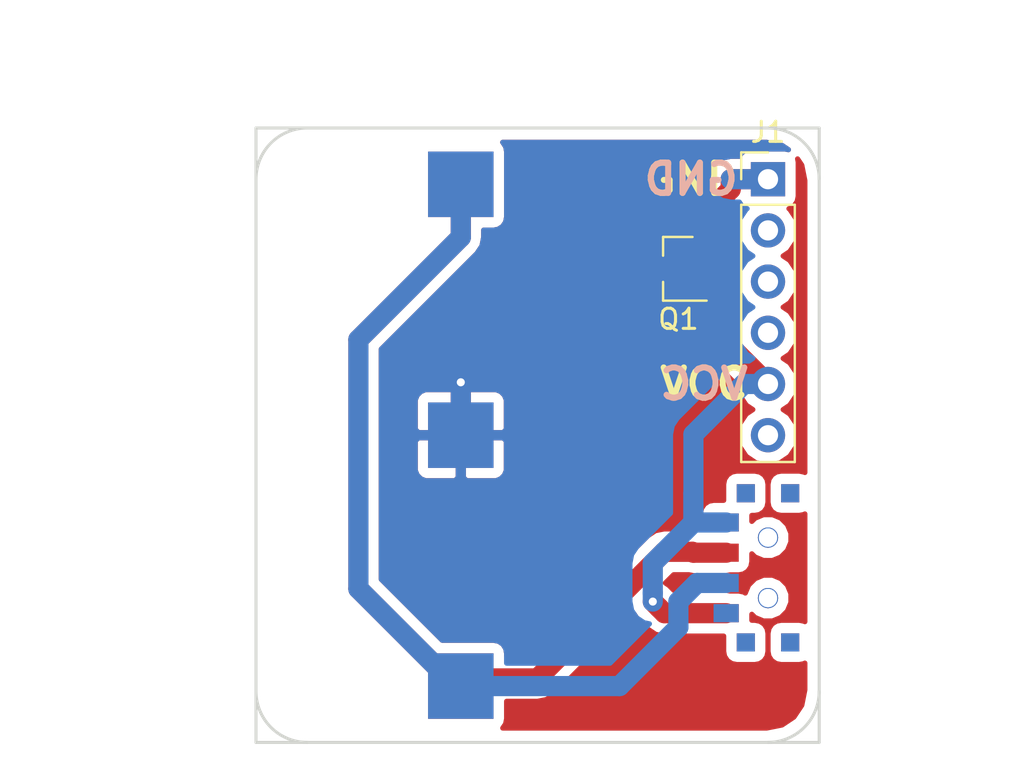
<source format=kicad_pcb>
(kicad_pcb (version 4) (host pcbnew 4.0.7)

  (general
    (links 10)
    (no_connects 0)
    (area 152.324999 101.524999 180.415001 132.155001)
    (thickness 1.6)
    (drawings 12)
    (tracks 46)
    (zones 0)
    (modules 6)
    (nets 12)
  )

  (page A4)
  (layers
    (0 F.Cu signal)
    (31 B.Cu signal)
    (32 B.Adhes user)
    (33 F.Adhes user)
    (34 B.Paste user)
    (35 F.Paste user)
    (36 B.SilkS user)
    (37 F.SilkS user)
    (38 B.Mask user)
    (39 F.Mask user)
    (40 Dwgs.User user)
    (41 Cmts.User user)
    (42 Eco1.User user)
    (43 Eco2.User user)
    (44 Edge.Cuts user)
    (45 Margin user)
    (46 B.CrtYd user)
    (47 F.CrtYd user)
    (48 B.Fab user)
    (49 F.Fab user)
  )

  (setup
    (last_trace_width 1)
    (user_trace_width 1)
    (trace_clearance 0.2)
    (zone_clearance 0.508)
    (zone_45_only no)
    (trace_min 0.2)
    (segment_width 0.2)
    (edge_width 0.15)
    (via_size 0.6)
    (via_drill 0.4)
    (via_min_size 0.4)
    (via_min_drill 0.3)
    (uvia_size 0.3)
    (uvia_drill 0.1)
    (uvias_allowed no)
    (uvia_min_size 0.2)
    (uvia_min_drill 0.1)
    (pcb_text_width 0.3)
    (pcb_text_size 1.5 1.5)
    (mod_edge_width 0.15)
    (mod_text_size 1 1)
    (mod_text_width 0.15)
    (pad_size 1.524 1.524)
    (pad_drill 0.762)
    (pad_to_mask_clearance 0.2)
    (aux_axis_origin 0 0)
    (visible_elements 7FFFFFFF)
    (pcbplotparams
      (layerselection 0x010f0_80000001)
      (usegerberextensions false)
      (excludeedgelayer true)
      (linewidth 0.100000)
      (plotframeref false)
      (viasonmask false)
      (mode 1)
      (useauxorigin false)
      (hpglpennumber 1)
      (hpglpenspeed 20)
      (hpglpendiameter 15)
      (hpglpenoverlay 2)
      (psnegative false)
      (psa4output false)
      (plotreference true)
      (plotvalue true)
      (plotinvisibletext false)
      (padsonsilk false)
      (subtractmaskfromsilk false)
      (outputformat 1)
      (mirror false)
      (drillshape 0)
      (scaleselection 1)
      (outputdirectory gerber/))
  )

  (net 0 "")
  (net 1 "Net-(BT1-Pad1)")
  (net 2 GND)
  (net 3 "Net-(BT2-Pad1)")
  (net 4 "Net-(J1-Pad2)")
  (net 5 "Net-(J1-Pad3)")
  (net 6 "Net-(J1-Pad4)")
  (net 7 VCC)
  (net 8 "Net-(J1-Pad6)")
  (net 9 "Net-(SW1-Pad3)")
  (net 10 "Net-(SW2-Pad3)")
  (net 11 "Net-(J1-Pad1)")

  (net_class Default "This is the default net class."
    (clearance 0.2)
    (trace_width 0.25)
    (via_dia 0.6)
    (via_drill 0.4)
    (uvia_dia 0.3)
    (uvia_drill 0.1)
    (add_net GND)
    (add_net "Net-(BT1-Pad1)")
    (add_net "Net-(BT2-Pad1)")
    (add_net "Net-(J1-Pad1)")
    (add_net "Net-(J1-Pad2)")
    (add_net "Net-(J1-Pad3)")
    (add_net "Net-(J1-Pad4)")
    (add_net "Net-(J1-Pad6)")
    (add_net "Net-(SW1-Pad3)")
    (add_net "Net-(SW2-Pad3)")
    (add_net VCC)
  )

  (module E73:C70373_CR2032 (layer F.Cu) (tedit 5ACFC485) (tstamp 5ACFC194)
    (at 167.132 122.936 270)
    (path /5ACFC0ED)
    (fp_text reference BT1 (at -6.096 3.294 270) (layer F.SilkS) hide
      (effects (font (size 1 1) (thickness 0.15)))
    )
    (fp_text value Battery_Cell (at -6.096 2.294 270) (layer F.Fab)
      (effects (font (size 1 1) (thickness 0.15)))
    )
    (fp_line (start -8.128 -5.08) (end -7.62 -6.604) (layer F.Fab) (width 0.15))
    (fp_line (start -7.62 -6.604) (end -6.096 -7.366) (layer F.Fab) (width 0.15))
    (fp_line (start -6.096 -7.366) (end -4.572 -6.604) (layer F.Fab) (width 0.15))
    (fp_line (start -4.572 -6.604) (end -4.064 -5.08) (layer F.Fab) (width 0.15))
    (fp_line (start 7.366 7.62) (end 3.556 7.62) (layer F.Fab) (width 0.15))
    (fp_line (start 7.366 1.524) (end 3.556 1.524) (layer F.Fab) (width 0.15))
    (fp_line (start -19.558 7.62) (end -15.494 7.62) (layer F.Fab) (width 0.15))
    (fp_line (start -19.558 1.524) (end -15.494 1.524) (layer F.Fab) (width 0.15))
    (fp_line (start -19.558 2.794) (end -19.558 7.62) (layer F.Fab) (width 0.15))
    (fp_line (start -19.558 4.572) (end -19.558 1.524) (layer F.Fab) (width 0.15))
    (fp_line (start 7.366 4.572) (end 7.366 7.62) (layer F.Fab) (width 0.15))
    (fp_line (start 7.366 4.572) (end 7.366 1.524) (layer F.Fab) (width 0.15))
    (fp_circle (center -6.096 4.572) (end 3.81 4.318) (layer F.Fab) (width 0.15))
    (pad 1 smd rect (at 6.35 4.572 270) (size 3.25 3.25) (layers F.Cu F.Paste F.Mask)
      (net 1 "Net-(BT1-Pad1)"))
    (pad 1 smd rect (at -18.542 4.572 270) (size 3.25 3.25) (layers F.Cu F.Paste F.Mask)
      (net 1 "Net-(BT1-Pad1)"))
    (pad 2 smd rect (at -6.096 4.572 270) (size 3.25 3.25) (layers F.Cu F.Paste F.Mask)
      (net 2 GND))
  )

  (module E73:C70373_CR2032 (layer B.Cu) (tedit 5ACFC48C) (tstamp 5ACFC19B)
    (at 167.131999 110.744 90)
    (path /5ACFC193)
    (fp_text reference BT2 (at -6.096 -3.294 90) (layer B.SilkS) hide
      (effects (font (size 1 1) (thickness 0.15)) (justify mirror))
    )
    (fp_text value Battery_Cell (at -6.096 -2.294 90) (layer B.Fab)
      (effects (font (size 1 1) (thickness 0.15)) (justify mirror))
    )
    (fp_line (start -8.128 5.08) (end -7.62 6.604) (layer B.Fab) (width 0.15))
    (fp_line (start -7.62 6.604) (end -6.096 7.366) (layer B.Fab) (width 0.15))
    (fp_line (start -6.096 7.366) (end -4.572 6.604) (layer B.Fab) (width 0.15))
    (fp_line (start -4.572 6.604) (end -4.064 5.08) (layer B.Fab) (width 0.15))
    (fp_line (start 7.366 -7.62) (end 3.556 -7.62) (layer B.Fab) (width 0.15))
    (fp_line (start 7.366 -1.524) (end 3.556 -1.524) (layer B.Fab) (width 0.15))
    (fp_line (start -19.558 -7.62) (end -15.494 -7.62) (layer B.Fab) (width 0.15))
    (fp_line (start -19.558 -1.524) (end -15.494 -1.524) (layer B.Fab) (width 0.15))
    (fp_line (start -19.558 -2.794) (end -19.558 -7.62) (layer B.Fab) (width 0.15))
    (fp_line (start -19.558 -4.572) (end -19.558 -1.524) (layer B.Fab) (width 0.15))
    (fp_line (start 7.366 -4.572) (end 7.366 -7.62) (layer B.Fab) (width 0.15))
    (fp_line (start 7.366 -4.572) (end 7.366 -1.524) (layer B.Fab) (width 0.15))
    (fp_circle (center -6.096 -4.572) (end 3.81 -4.318) (layer B.Fab) (width 0.15))
    (pad 1 smd rect (at 6.35 -4.572 90) (size 3.25 3.25) (layers B.Cu B.Paste B.Mask)
      (net 3 "Net-(BT2-Pad1)"))
    (pad 1 smd rect (at -18.542 -4.572 90) (size 3.25 3.25) (layers B.Cu B.Paste B.Mask)
      (net 3 "Net-(BT2-Pad1)"))
    (pad 2 smd rect (at -6.096 -4.572 90) (size 3.25 3.25) (layers B.Cu B.Paste B.Mask)
      (net 2 GND))
  )

  (module Pin_Headers:Pin_Header_Straight_1x06_Pitch2.54mm (layer F.Cu) (tedit 59650532) (tstamp 5ACFC1A5)
    (at 177.8 104.14)
    (descr "Through hole straight pin header, 1x06, 2.54mm pitch, single row")
    (tags "Through hole pin header THT 1x06 2.54mm single row")
    (path /5ACFC29B)
    (fp_text reference J1 (at 0 -2.33) (layer F.SilkS)
      (effects (font (size 1 1) (thickness 0.15)))
    )
    (fp_text value Conn_01x06 (at 0 15.03) (layer F.Fab)
      (effects (font (size 1 1) (thickness 0.15)))
    )
    (fp_line (start -0.635 -1.27) (end 1.27 -1.27) (layer F.Fab) (width 0.1))
    (fp_line (start 1.27 -1.27) (end 1.27 13.97) (layer F.Fab) (width 0.1))
    (fp_line (start 1.27 13.97) (end -1.27 13.97) (layer F.Fab) (width 0.1))
    (fp_line (start -1.27 13.97) (end -1.27 -0.635) (layer F.Fab) (width 0.1))
    (fp_line (start -1.27 -0.635) (end -0.635 -1.27) (layer F.Fab) (width 0.1))
    (fp_line (start -1.33 14.03) (end 1.33 14.03) (layer F.SilkS) (width 0.12))
    (fp_line (start -1.33 1.27) (end -1.33 14.03) (layer F.SilkS) (width 0.12))
    (fp_line (start 1.33 1.27) (end 1.33 14.03) (layer F.SilkS) (width 0.12))
    (fp_line (start -1.33 1.27) (end 1.33 1.27) (layer F.SilkS) (width 0.12))
    (fp_line (start -1.33 0) (end -1.33 -1.33) (layer F.SilkS) (width 0.12))
    (fp_line (start -1.33 -1.33) (end 0 -1.33) (layer F.SilkS) (width 0.12))
    (fp_line (start -1.8 -1.8) (end -1.8 14.5) (layer F.CrtYd) (width 0.05))
    (fp_line (start -1.8 14.5) (end 1.8 14.5) (layer F.CrtYd) (width 0.05))
    (fp_line (start 1.8 14.5) (end 1.8 -1.8) (layer F.CrtYd) (width 0.05))
    (fp_line (start 1.8 -1.8) (end -1.8 -1.8) (layer F.CrtYd) (width 0.05))
    (fp_text user %R (at 0 6.35 90) (layer F.Fab)
      (effects (font (size 1 1) (thickness 0.15)))
    )
    (pad 1 thru_hole rect (at 0 0) (size 1.7 1.7) (drill 1) (layers *.Cu *.Mask)
      (net 11 "Net-(J1-Pad1)"))
    (pad 2 thru_hole oval (at 0 2.54) (size 1.7 1.7) (drill 1) (layers *.Cu *.Mask)
      (net 4 "Net-(J1-Pad2)"))
    (pad 3 thru_hole oval (at 0 5.08) (size 1.7 1.7) (drill 1) (layers *.Cu *.Mask)
      (net 5 "Net-(J1-Pad3)"))
    (pad 4 thru_hole oval (at 0 7.62) (size 1.7 1.7) (drill 1) (layers *.Cu *.Mask)
      (net 6 "Net-(J1-Pad4)"))
    (pad 5 thru_hole oval (at 0 10.16) (size 1.7 1.7) (drill 1) (layers *.Cu *.Mask)
      (net 7 VCC))
    (pad 6 thru_hole oval (at 0 12.7) (size 1.7 1.7) (drill 1) (layers *.Cu *.Mask)
      (net 8 "Net-(J1-Pad6)"))
    (model ${KISYS3DMOD}/Pin_Headers.3dshapes/Pin_Header_Straight_1x06_Pitch2.54mm.wrl
      (at (xyz 0 0 0))
      (scale (xyz 1 1 1))
      (rotate (xyz 0 0 0))
    )
  )

  (module E73:SPDT_C128955 (layer F.Cu) (tedit 5ACFC493) (tstamp 5ACFC1B2)
    (at 177.800004 123.419998 270)
    (path /5ACFBF7B)
    (fp_text reference SW1 (at 0.2 3.65 270) (layer F.SilkS) hide
      (effects (font (size 1 1) (thickness 0.15)))
    )
    (fp_text value SW_SPDT (at -0.05 -4.7 270) (layer F.Fab)
      (effects (font (size 1 1) (thickness 0.15)))
    )
    (fp_line (start 0 -3.85) (end 1.9 -3.85) (layer F.Fab) (width 0.15))
    (fp_line (start 1.9 -3.85) (end 1.95 -1.35) (layer F.Fab) (width 0.15))
    (fp_line (start 1.95 -1.35) (end -1.95 -1.35) (layer F.Fab) (width 0.15))
    (fp_line (start -1.95 -1.35) (end -1.95 -3.85) (layer F.Fab) (width 0.15))
    (fp_line (start -1.95 -3.85) (end 0 -3.85) (layer F.Fab) (width 0.15))
    (fp_line (start 0 -1.35) (end -3.3 -1.35) (layer F.Fab) (width 0.15))
    (fp_line (start -3.3 -1.35) (end -3.3 1.5) (layer F.Fab) (width 0.15))
    (fp_line (start -3.3 1.5) (end 3.3 1.5) (layer F.Fab) (width 0.15))
    (fp_line (start 3.3 1.5) (end 3.3 -1.35) (layer F.Fab) (width 0.15))
    (fp_line (start 0 -1.35) (end 3.3 -1.35) (layer F.Fab) (width 0.15))
    (pad "" np_thru_hole circle (at 1.5 0 270) (size 1 1) (drill 0.9) (layers *.Cu *.Mask))
    (pad "" np_thru_hole circle (at -1.5 0 270) (size 1 1) (drill 0.9) (layers *.Cu *.Mask))
    (pad 2 smd rect (at -0.75 2.075 270) (size 0.9 1.25) (layers F.Cu F.Paste F.Mask)
      (net 1 "Net-(BT1-Pad1)"))
    (pad 3 smd rect (at -2.25 2.075 270) (size 0.9 1.25) (layers F.Cu F.Paste F.Mask)
      (net 9 "Net-(SW1-Pad3)"))
    (pad 1 smd rect (at 2.25 2.075 270) (size 0.9 1.25) (layers F.Cu F.Paste F.Mask)
      (net 7 VCC))
    (pad 0 smd rect (at 3.7 -1.1 270) (size 0.9 0.9) (layers F.Cu F.Paste F.Mask))
    (pad 0 smd rect (at 3.7 1.1 270) (size 0.9 0.9) (layers F.Cu F.Paste F.Mask))
    (pad 0 smd rect (at -3.7 1.1 270) (size 0.9 0.9) (layers F.Cu F.Paste F.Mask))
    (pad 0 smd rect (at -3.7 -1.1 270) (size 0.9 0.9) (layers F.Cu F.Paste F.Mask))
  )

  (module E73:SPDT_C128955 (layer B.Cu) (tedit 5ACFC49B) (tstamp 5ACFC1BF)
    (at 177.8 123.42 90)
    (path /5ACFC055)
    (fp_text reference SW2 (at 0.2 -3.649999 90) (layer B.SilkS) hide
      (effects (font (size 1 1) (thickness 0.15)) (justify mirror))
    )
    (fp_text value SW_SPDT (at -0.05 4.7 90) (layer B.Fab)
      (effects (font (size 1 1) (thickness 0.15)) (justify mirror))
    )
    (fp_line (start 0 3.85) (end 1.9 3.85) (layer B.Fab) (width 0.15))
    (fp_line (start 1.9 3.85) (end 1.95 1.35) (layer B.Fab) (width 0.15))
    (fp_line (start 1.95 1.35) (end -1.95 1.35) (layer B.Fab) (width 0.15))
    (fp_line (start -1.95 1.35) (end -1.95 3.85) (layer B.Fab) (width 0.15))
    (fp_line (start -1.95 3.85) (end 0 3.85) (layer B.Fab) (width 0.15))
    (fp_line (start 0 1.35) (end -3.3 1.35) (layer B.Fab) (width 0.15))
    (fp_line (start -3.3 1.35) (end -3.3 -1.5) (layer B.Fab) (width 0.15))
    (fp_line (start -3.3 -1.5) (end 3.3 -1.5) (layer B.Fab) (width 0.15))
    (fp_line (start 3.3 -1.5) (end 3.3 1.35) (layer B.Fab) (width 0.15))
    (fp_line (start 0 1.35) (end 3.3 1.35) (layer B.Fab) (width 0.15))
    (pad "" np_thru_hole circle (at 1.5 0 90) (size 1 1) (drill 0.9) (layers *.Cu *.Mask))
    (pad "" np_thru_hole circle (at -1.5 0 90) (size 1 1) (drill 0.9) (layers *.Cu *.Mask))
    (pad 2 smd rect (at -0.75 -2.075 90) (size 0.9 1.25) (layers B.Cu B.Paste B.Mask)
      (net 3 "Net-(BT2-Pad1)"))
    (pad 3 smd rect (at -2.25 -2.075 90) (size 0.9 1.25) (layers B.Cu B.Paste B.Mask)
      (net 10 "Net-(SW2-Pad3)"))
    (pad 1 smd rect (at 2.25 -2.075 90) (size 0.9 1.25) (layers B.Cu B.Paste B.Mask)
      (net 7 VCC))
    (pad 0 smd rect (at 3.7 1.1 90) (size 0.9 0.9) (layers B.Cu B.Paste B.Mask))
    (pad 0 smd rect (at 3.7 -1.1 90) (size 0.9 0.9) (layers B.Cu B.Paste B.Mask))
    (pad 0 smd rect (at -3.7 -1.1 90) (size 0.9 0.9) (layers B.Cu B.Paste B.Mask))
    (pad 0 smd rect (at -3.7 1.1 90) (size 0.9 0.9) (layers B.Cu B.Paste B.Mask))
  )

  (module TO_SOT_Packages_SMD:SOT-23 (layer F.Cu) (tedit 58CE4E7E) (tstamp 5AD32F9B)
    (at 173.355 108.585 180)
    (descr "SOT-23, Standard")
    (tags SOT-23)
    (path /5AD32E30)
    (attr smd)
    (fp_text reference Q1 (at 0 -2.5 180) (layer F.SilkS)
      (effects (font (size 1 1) (thickness 0.15)))
    )
    (fp_text value BSS138 (at 0 2.5 180) (layer F.Fab)
      (effects (font (size 1 1) (thickness 0.15)))
    )
    (fp_text user %R (at -0.635 0.084999 270) (layer F.Fab)
      (effects (font (size 0.5 0.5) (thickness 0.075)))
    )
    (fp_line (start -0.7 -0.95) (end -0.7 1.5) (layer F.Fab) (width 0.1))
    (fp_line (start -0.15 -1.52) (end 0.7 -1.52) (layer F.Fab) (width 0.1))
    (fp_line (start -0.7 -0.95) (end -0.15 -1.52) (layer F.Fab) (width 0.1))
    (fp_line (start 0.7 -1.52) (end 0.7 1.52) (layer F.Fab) (width 0.1))
    (fp_line (start -0.7 1.52) (end 0.7 1.52) (layer F.Fab) (width 0.1))
    (fp_line (start 0.76 1.58) (end 0.76 0.65) (layer F.SilkS) (width 0.12))
    (fp_line (start 0.76 -1.58) (end 0.76 -0.65) (layer F.SilkS) (width 0.12))
    (fp_line (start -1.7 -1.75) (end 1.7 -1.75) (layer F.CrtYd) (width 0.05))
    (fp_line (start 1.7 -1.75) (end 1.7 1.75) (layer F.CrtYd) (width 0.05))
    (fp_line (start 1.7 1.75) (end -1.7 1.75) (layer F.CrtYd) (width 0.05))
    (fp_line (start -1.7 1.75) (end -1.7 -1.75) (layer F.CrtYd) (width 0.05))
    (fp_line (start 0.76 -1.58) (end -1.4 -1.58) (layer F.SilkS) (width 0.12))
    (fp_line (start 0.76 1.58) (end -0.7 1.58) (layer F.SilkS) (width 0.12))
    (pad 1 smd rect (at -1 -0.95 180) (size 0.9 0.8) (layers F.Cu F.Paste F.Mask)
      (net 7 VCC))
    (pad 2 smd rect (at -1 0.95 180) (size 0.9 0.8) (layers F.Cu F.Paste F.Mask)
      (net 11 "Net-(J1-Pad1)"))
    (pad 3 smd rect (at 1 0 180) (size 0.9 0.8) (layers F.Cu F.Paste F.Mask)
      (net 2 GND))
    (model ${KISYS3DMOD}/TO_SOT_Packages_SMD.3dshapes/SOT-23.wrl
      (at (xyz 0 0 0))
      (scale (xyz 1 1 1))
      (rotate (xyz 0 0 0))
    )
  )

  (gr_text VCC (at 174.625 114.3) (layer B.SilkS)
    (effects (font (size 1.5 1.5) (thickness 0.3)) (justify mirror))
  )
  (gr_text GND (at 173.99 104.14) (layer B.SilkS)
    (effects (font (size 1.5 1.5) (thickness 0.3)) (justify mirror))
  )
  (gr_text VCC (at 174.625 114.3) (layer F.SilkS)
    (effects (font (size 1.5 1.5) (thickness 0.3)))
  )
  (gr_text "GND\n" (at 173.99 104.14) (layer F.SilkS)
    (effects (font (size 1.5 1.5) (thickness 0.3)))
  )
  (gr_arc (start 177.8 104.14) (end 177.8 101.6) (angle 90) (layer Edge.Cuts) (width 0.15))
  (gr_arc (start 154.94 104.14) (end 152.4 104.14) (angle 90) (layer Edge.Cuts) (width 0.15))
  (gr_arc (start 154.94 129.54) (end 154.94 132.08) (angle 90) (layer Edge.Cuts) (width 0.15))
  (gr_arc (start 177.8 129.54) (end 180.34 129.54) (angle 90) (layer Edge.Cuts) (width 0.15))
  (gr_line (start 152.4 101.6) (end 180.34 101.6) (layer Edge.Cuts) (width 0.15))
  (gr_line (start 152.4 132.08) (end 152.4 101.6) (layer Edge.Cuts) (width 0.15))
  (gr_line (start 180.34 132.08) (end 152.4 132.08) (layer Edge.Cuts) (width 0.15))
  (gr_line (start 180.34 101.6) (end 180.34 132.08) (layer Edge.Cuts) (width 0.15))

  (segment (start 162.56 128.905) (end 166.37 128.905) (width 1) (layer F.Cu) (net 1))
  (segment (start 166.37 128.905) (end 172.650011 122.624989) (width 1) (layer F.Cu) (net 1))
  (segment (start 172.650011 122.624989) (end 174.054995 122.624989) (width 1) (layer F.Cu) (net 1))
  (segment (start 174.054995 122.624989) (end 174.100004 122.669998) (width 1) (layer F.Cu) (net 1))
  (segment (start 174.100004 122.669998) (end 175.725004 122.669998) (width 1) (layer F.Cu) (net 1))
  (segment (start 162.56 129.286) (end 162.56 128.27) (width 1) (layer F.Cu) (net 1))
  (segment (start 162.56 128.27) (end 161.29 128.27) (width 1) (layer F.Cu) (net 1))
  (segment (start 161.29 128.27) (end 157.48 124.46) (width 1) (layer F.Cu) (net 1))
  (segment (start 157.48 124.46) (end 157.48 112.099) (width 1) (layer F.Cu) (net 1))
  (segment (start 157.48 112.099) (end 162.56 107.019) (width 1) (layer F.Cu) (net 1))
  (segment (start 162.56 107.019) (end 162.56 104.394) (width 1) (layer F.Cu) (net 1))
  (via (at 162.559999 114.215) (size 0.6) (drill 0.4) (layers F.Cu B.Cu) (net 2))
  (segment (start 162.56 114.215) (end 168.19 108.585) (width 1) (layer F.Cu) (net 2))
  (segment (start 168.19 108.585) (end 172.355 108.585) (width 1) (layer F.Cu) (net 2))
  (segment (start 162.56 116.84) (end 162.56 114.215) (width 1) (layer F.Cu) (net 2))
  (segment (start 162.559999 116.84) (end 162.559999 114.215) (width 1) (layer B.Cu) (net 2))
  (segment (start 162.559999 104.394) (end 162.559999 107.019) (width 1) (layer B.Cu) (net 3))
  (segment (start 162.559999 107.019) (end 157.48 112.098999) (width 1) (layer B.Cu) (net 3))
  (segment (start 157.48 112.098999) (end 157.48 124.46) (width 1) (layer B.Cu) (net 3))
  (segment (start 162.306 129.286) (end 162.559999 129.286) (width 1) (layer B.Cu) (net 3))
  (segment (start 157.48 124.46) (end 162.306 129.286) (width 1) (layer B.Cu) (net 3))
  (segment (start 162.559999 129.286) (end 170.434 129.286) (width 1) (layer B.Cu) (net 3))
  (segment (start 170.434 129.286) (end 173.355 126.365) (width 1) (layer B.Cu) (net 3))
  (segment (start 173.355 125.095) (end 174.28 124.17) (width 1) (layer B.Cu) (net 3))
  (segment (start 174.28 124.17) (end 175.725 124.17) (width 1) (layer B.Cu) (net 3))
  (segment (start 173.355 126.365) (end 173.355 125.095) (width 1) (layer B.Cu) (net 3))
  (segment (start 177.8 114.3) (end 174.355 110.855) (width 1) (layer F.Cu) (net 7))
  (segment (start 174.355 110.855) (end 174.355 109.535) (width 1) (layer F.Cu) (net 7))
  (segment (start 174.1 119.72) (end 174.1 121.175) (width 1) (layer B.Cu) (net 7))
  (segment (start 172.085 123.19) (end 172.085 124.670736) (width 1) (layer B.Cu) (net 7))
  (segment (start 174.1 121.175) (end 172.085 123.19) (width 1) (layer B.Cu) (net 7))
  (segment (start 172.085 124.670736) (end 172.085 125.095) (width 1) (layer B.Cu) (net 7))
  (segment (start 175.725004 125.669998) (end 172.659998 125.669998) (width 1) (layer F.Cu) (net 7))
  (segment (start 172.384999 125.394999) (end 172.085 125.095) (width 1) (layer F.Cu) (net 7))
  (segment (start 172.659998 125.669998) (end 172.384999 125.394999) (width 1) (layer F.Cu) (net 7))
  (via (at 172.085 125.095) (size 0.6) (drill 0.4) (layers F.Cu B.Cu) (net 7))
  (segment (start 174.1 119.72) (end 174.1 121.17) (width 1) (layer B.Cu) (net 7))
  (segment (start 174.1 121.17) (end 175.725 121.17) (width 1) (layer B.Cu) (net 7))
  (segment (start 177.8 114.3) (end 176.597919 114.3) (width 1) (layer B.Cu) (net 7))
  (segment (start 176.597919 114.3) (end 174.1 116.797919) (width 1) (layer B.Cu) (net 7))
  (segment (start 174.1 116.797919) (end 174.1 119.72) (width 1) (layer B.Cu) (net 7))
  (segment (start 174.355 107.635) (end 174.355 106.235) (width 1) (layer F.Cu) (net 11))
  (segment (start 174.355 106.235) (end 175.95 104.64) (width 1) (layer F.Cu) (net 11))
  (segment (start 175.95 104.64) (end 175.95 104.14) (width 1) (layer F.Cu) (net 11))
  (segment (start 175.95 104.14) (end 177.8 104.14) (width 1) (layer F.Cu) (net 11))
  (segment (start 175.95 104.14) (end 177.8 104.14) (width 1) (layer B.Cu) (net 11))

  (zone (net 2) (net_name GND) (layer B.Cu) (tstamp 0) (hatch edge 0.508)
    (connect_pads (clearance 0.508))
    (min_thickness 0.254)
    (fill yes (arc_segments 16) (thermal_gap 0.508) (thermal_bridge_width 0.508))
    (polygon
      (pts
        (xy 146.05 95.885) (xy 146.05 133.35) (xy 184.15 133.35) (xy 184.15 95.25)
      )
    )
    (filled_polygon
      (pts
        (xy 178.494989 102.462152) (xy 178.814993 102.675972) (xy 178.65 102.64256) (xy 176.95 102.64256) (xy 176.714683 102.686838)
        (xy 176.498559 102.82591) (xy 176.376192 103.005) (xy 175.95 103.005) (xy 175.515654 103.091397) (xy 175.147434 103.337434)
        (xy 174.901397 103.705654) (xy 174.815 104.14) (xy 174.901397 104.574346) (xy 175.147434 104.942566) (xy 175.515654 105.188603)
        (xy 175.95 105.275) (xy 176.378808 105.275) (xy 176.48591 105.441441) (xy 176.69811 105.586431) (xy 176.765541 105.600086)
        (xy 176.720853 105.629946) (xy 176.398946 106.111715) (xy 176.285907 106.68) (xy 176.398946 107.248285) (xy 176.720853 107.730054)
        (xy 177.050026 107.95) (xy 176.720853 108.169946) (xy 176.398946 108.651715) (xy 176.285907 109.22) (xy 176.398946 109.788285)
        (xy 176.720853 110.270054) (xy 177.050026 110.49) (xy 176.720853 110.709946) (xy 176.398946 111.191715) (xy 176.285907 111.76)
        (xy 176.398946 112.328285) (xy 176.720853 112.810054) (xy 177.050026 113.03) (xy 176.847984 113.165) (xy 176.597919 113.165)
        (xy 176.163573 113.251397) (xy 175.795353 113.497434) (xy 173.297434 115.995353) (xy 173.051397 116.363573) (xy 172.965 116.797919)
        (xy 172.965 120.704868) (xy 171.282434 122.387434) (xy 171.036397 122.755654) (xy 170.95 123.19) (xy 170.95 125.095)
        (xy 171.036397 125.529346) (xy 171.282434 125.897566) (xy 171.650654 126.143603) (xy 171.918072 126.196796) (xy 169.963868 128.151)
        (xy 164.832439 128.151) (xy 164.832439 127.661) (xy 164.788161 127.425683) (xy 164.649089 127.209559) (xy 164.436889 127.064569)
        (xy 164.184999 127.01356) (xy 161.638692 127.01356) (xy 158.615 123.989868) (xy 158.615 117.12575) (xy 160.299999 117.12575)
        (xy 160.299999 118.591309) (xy 160.396672 118.824698) (xy 160.5753 119.003327) (xy 160.808689 119.1) (xy 162.274249 119.1)
        (xy 162.432999 118.94125) (xy 162.432999 116.967) (xy 162.686999 116.967) (xy 162.686999 118.94125) (xy 162.845749 119.1)
        (xy 164.311309 119.1) (xy 164.544698 119.003327) (xy 164.723326 118.824698) (xy 164.819999 118.591309) (xy 164.819999 117.12575)
        (xy 164.661249 116.967) (xy 162.686999 116.967) (xy 162.432999 116.967) (xy 160.458749 116.967) (xy 160.299999 117.12575)
        (xy 158.615 117.12575) (xy 158.615 115.088691) (xy 160.299999 115.088691) (xy 160.299999 116.55425) (xy 160.458749 116.713)
        (xy 162.432999 116.713) (xy 162.432999 114.73875) (xy 162.686999 114.73875) (xy 162.686999 116.713) (xy 164.661249 116.713)
        (xy 164.819999 116.55425) (xy 164.819999 115.088691) (xy 164.723326 114.855302) (xy 164.544698 114.676673) (xy 164.311309 114.58)
        (xy 162.845749 114.58) (xy 162.686999 114.73875) (xy 162.432999 114.73875) (xy 162.274249 114.58) (xy 160.808689 114.58)
        (xy 160.5753 114.676673) (xy 160.396672 114.855302) (xy 160.299999 115.088691) (xy 158.615 115.088691) (xy 158.615 112.569131)
        (xy 163.362565 107.821567) (xy 163.608602 107.453346) (xy 163.649391 107.248285) (xy 163.694999 107.019) (xy 163.694999 106.66644)
        (xy 164.184999 106.66644) (xy 164.420316 106.622162) (xy 164.63644 106.48309) (xy 164.78143 106.27089) (xy 164.832439 106.019)
        (xy 164.832439 102.769) (xy 164.788161 102.533683) (xy 164.649089 102.317559) (xy 164.638026 102.31) (xy 177.730069 102.31)
      )
    )
  )
  (zone (net 2) (net_name GND) (layer F.Cu) (tstamp 0) (hatch edge 0.508)
    (connect_pads (clearance 0.508))
    (min_thickness 0.254)
    (fill yes (arc_segments 16) (thermal_gap 0.508) (thermal_bridge_width 0.508))
    (polygon
      (pts
        (xy 139.7 95.25) (xy 139.7 133.35) (xy 190.5 133.35) (xy 190.5 95.25)
      )
    )
    (filled_polygon
      (pts
        (xy 178.494989 102.462152) (xy 178.814993 102.675972) (xy 178.65 102.64256) (xy 176.95 102.64256) (xy 176.714683 102.686838)
        (xy 176.498559 102.82591) (xy 176.376192 103.005) (xy 175.95 103.005) (xy 175.515654 103.091397) (xy 175.147434 103.337434)
        (xy 174.901397 103.705654) (xy 174.815 104.14) (xy 174.815 104.169868) (xy 173.552434 105.432434) (xy 173.306397 105.800654)
        (xy 173.22 106.235) (xy 173.22 107.635) (xy 173.23663 107.718605) (xy 173.164698 107.646673) (xy 172.931309 107.55)
        (xy 172.64075 107.55) (xy 172.482 107.70875) (xy 172.482 108.458) (xy 173.28125 108.458) (xy 173.367262 108.371988)
        (xy 173.44091 108.486441) (xy 173.586083 108.585633) (xy 173.453559 108.67091) (xy 173.366936 108.797686) (xy 173.28125 108.712)
        (xy 172.482 108.712) (xy 172.482 109.46125) (xy 172.64075 109.62) (xy 172.931309 109.62) (xy 173.164698 109.523327)
        (xy 173.23663 109.451395) (xy 173.22 109.535) (xy 173.22 110.855) (xy 173.306397 111.289346) (xy 173.552434 111.657566)
        (xy 176.308512 114.413644) (xy 176.398946 114.868285) (xy 176.720853 115.350054) (xy 177.050026 115.57) (xy 176.720853 115.789946)
        (xy 176.398946 116.271715) (xy 176.285907 116.84) (xy 176.398946 117.408285) (xy 176.720853 117.890054) (xy 177.202622 118.211961)
        (xy 177.770907 118.325) (xy 177.829093 118.325) (xy 178.397378 118.211961) (xy 178.879147 117.890054) (xy 179.201054 117.408285)
        (xy 179.314093 116.84) (xy 179.201054 116.271715) (xy 178.879147 115.789946) (xy 178.549974 115.57) (xy 178.879147 115.350054)
        (xy 179.201054 114.868285) (xy 179.314093 114.3) (xy 179.201054 113.731715) (xy 178.879147 113.249946) (xy 178.549974 113.03)
        (xy 178.879147 112.810054) (xy 179.201054 112.328285) (xy 179.314093 111.76) (xy 179.201054 111.191715) (xy 178.879147 110.709946)
        (xy 178.549974 110.49) (xy 178.879147 110.270054) (xy 179.201054 109.788285) (xy 179.314093 109.22) (xy 179.201054 108.651715)
        (xy 178.879147 108.169946) (xy 178.549974 107.95) (xy 178.879147 107.730054) (xy 179.201054 107.248285) (xy 179.314093 106.68)
        (xy 179.201054 106.111715) (xy 178.879147 105.629946) (xy 178.837548 105.60215) (xy 178.885317 105.593162) (xy 179.101441 105.45409)
        (xy 179.246431 105.24189) (xy 179.29744 104.99) (xy 179.29744 103.29) (xy 179.267322 103.129937) (xy 179.477848 103.445011)
        (xy 179.63 104.209931) (xy 179.63 118.692771) (xy 179.601894 118.673567) (xy 179.350004 118.622558) (xy 178.450004 118.622558)
        (xy 178.214687 118.666836) (xy 177.998563 118.805908) (xy 177.853573 119.018108) (xy 177.802564 119.269998) (xy 177.802564 120.169998)
        (xy 177.846842 120.405315) (xy 177.985914 120.621439) (xy 178.198114 120.766429) (xy 178.450004 120.817438) (xy 179.350004 120.817438)
        (xy 179.585321 120.77316) (xy 179.63 120.74441) (xy 179.63 126.092771) (xy 179.601894 126.073567) (xy 179.350004 126.022558)
        (xy 178.450004 126.022558) (xy 178.214687 126.066836) (xy 177.998563 126.205908) (xy 177.853573 126.418108) (xy 177.802564 126.669998)
        (xy 177.802564 127.569998) (xy 177.846842 127.805315) (xy 177.985914 128.021439) (xy 178.198114 128.166429) (xy 178.450004 128.217438)
        (xy 179.350004 128.217438) (xy 179.585321 128.17316) (xy 179.63 128.14441) (xy 179.63 129.470069) (xy 179.477848 130.234989)
        (xy 179.08417 130.82417) (xy 178.494989 131.217848) (xy 177.730069 131.37) (xy 164.639919 131.37) (xy 164.781431 131.16289)
        (xy 164.83244 130.911) (xy 164.83244 130.04) (xy 166.37 130.04) (xy 166.804346 129.953603) (xy 167.172566 129.707566)
        (xy 171.162324 125.717808) (xy 171.282434 125.897566) (xy 171.857432 126.472564) (xy 172.225652 126.718601) (xy 172.659998 126.804998)
        (xy 175.602564 126.804998) (xy 175.602564 127.569998) (xy 175.646842 127.805315) (xy 175.785914 128.021439) (xy 175.998114 128.166429)
        (xy 176.250004 128.217438) (xy 177.150004 128.217438) (xy 177.385321 128.17316) (xy 177.601445 128.034088) (xy 177.746435 127.821888)
        (xy 177.797444 127.569998) (xy 177.797444 126.669998) (xy 177.753166 126.434681) (xy 177.614094 126.218557) (xy 177.401894 126.073567)
        (xy 177.150004 126.022558) (xy 176.997444 126.022558) (xy 176.997444 125.722577) (xy 177.156235 125.881645) (xy 177.573244 126.054803)
        (xy 178.024775 126.055197) (xy 178.442086 125.882767) (xy 178.442087 125.882766) (xy 178.44209 125.882765) (xy 178.761649 125.563763)
        (xy 178.934807 125.146754) (xy 178.935201 124.695223) (xy 178.762771 124.277912) (xy 178.443769 123.958353) (xy 178.02676 123.785195)
        (xy 177.575229 123.784801) (xy 177.157918 123.957231) (xy 177.157917 123.957232) (xy 177.157914 123.957233) (xy 176.838355 124.276235)
        (xy 176.673744 124.67266) (xy 176.601894 124.623567) (xy 176.350004 124.572558) (xy 175.91383 124.572558) (xy 175.725004 124.534998)
        (xy 173.13013 124.534998) (xy 172.887566 124.292434) (xy 172.707808 124.172324) (xy 173.120143 123.759989) (xy 173.873729 123.759989)
        (xy 174.100004 123.804998) (xy 175.725004 123.804998) (xy 175.91383 123.767438) (xy 176.350004 123.767438) (xy 176.585321 123.72316)
        (xy 176.801445 123.584088) (xy 176.946435 123.371888) (xy 176.997444 123.119998) (xy 176.997444 122.722577) (xy 177.156235 122.881645)
        (xy 177.573244 123.054803) (xy 178.024775 123.055197) (xy 178.442086 122.882767) (xy 178.442087 122.882766) (xy 178.44209 122.882765)
        (xy 178.761649 122.563763) (xy 178.934807 122.146754) (xy 178.935201 121.695223) (xy 178.762771 121.277912) (xy 178.443769 120.958353)
        (xy 178.02676 120.785195) (xy 177.575229 120.784801) (xy 177.157918 120.957231) (xy 177.157917 120.957232) (xy 177.157914 120.957233)
        (xy 176.997444 121.117423) (xy 176.997444 120.817438) (xy 177.150004 120.817438) (xy 177.385321 120.77316) (xy 177.601445 120.634088)
        (xy 177.746435 120.421888) (xy 177.797444 120.169998) (xy 177.797444 119.269998) (xy 177.753166 119.034681) (xy 177.614094 118.818557)
        (xy 177.401894 118.673567) (xy 177.150004 118.622558) (xy 176.250004 118.622558) (xy 176.014687 118.666836) (xy 175.798563 118.805908)
        (xy 175.653573 119.018108) (xy 175.602564 119.269998) (xy 175.602564 120.072558) (xy 175.100004 120.072558) (xy 174.864687 120.116836)
        (xy 174.648563 120.255908) (xy 174.503573 120.468108) (xy 174.452564 120.719998) (xy 174.452564 121.534998) (xy 174.28127 121.534998)
        (xy 174.054995 121.489989) (xy 172.650011 121.489989) (xy 172.215665 121.576386) (xy 171.946992 121.755908) (xy 171.847445 121.822423)
        (xy 165.899868 127.77) (xy 164.83244 127.77) (xy 164.83244 127.661) (xy 164.788162 127.425683) (xy 164.64909 127.209559)
        (xy 164.43689 127.064569) (xy 164.185 127.01356) (xy 161.638692 127.01356) (xy 158.615 123.989868) (xy 158.615 117.12575)
        (xy 160.3 117.12575) (xy 160.3 118.591309) (xy 160.396673 118.824698) (xy 160.575301 119.003327) (xy 160.80869 119.1)
        (xy 162.27425 119.1) (xy 162.433 118.94125) (xy 162.433 116.967) (xy 162.687 116.967) (xy 162.687 118.94125)
        (xy 162.84575 119.1) (xy 164.31131 119.1) (xy 164.544699 119.003327) (xy 164.723327 118.824698) (xy 164.82 118.591309)
        (xy 164.82 117.12575) (xy 164.66125 116.967) (xy 162.687 116.967) (xy 162.433 116.967) (xy 160.45875 116.967)
        (xy 160.3 117.12575) (xy 158.615 117.12575) (xy 158.615 115.088691) (xy 160.3 115.088691) (xy 160.3 116.55425)
        (xy 160.45875 116.713) (xy 162.433 116.713) (xy 162.433 114.73875) (xy 162.687 114.73875) (xy 162.687 116.713)
        (xy 164.66125 116.713) (xy 164.82 116.55425) (xy 164.82 115.088691) (xy 164.723327 114.855302) (xy 164.544699 114.676673)
        (xy 164.31131 114.58) (xy 162.84575 114.58) (xy 162.687 114.73875) (xy 162.433 114.73875) (xy 162.27425 114.58)
        (xy 160.80869 114.58) (xy 160.575301 114.676673) (xy 160.396673 114.855302) (xy 160.3 115.088691) (xy 158.615 115.088691)
        (xy 158.615 112.569132) (xy 162.313382 108.87075) (xy 171.27 108.87075) (xy 171.27 109.11131) (xy 171.366673 109.344699)
        (xy 171.545302 109.523327) (xy 171.778691 109.62) (xy 172.06925 109.62) (xy 172.228 109.46125) (xy 172.228 108.712)
        (xy 171.42875 108.712) (xy 171.27 108.87075) (xy 162.313382 108.87075) (xy 163.125442 108.05869) (xy 171.27 108.05869)
        (xy 171.27 108.29925) (xy 171.42875 108.458) (xy 172.228 108.458) (xy 172.228 107.70875) (xy 172.06925 107.55)
        (xy 171.778691 107.55) (xy 171.545302 107.646673) (xy 171.366673 107.825301) (xy 171.27 108.05869) (xy 163.125442 108.05869)
        (xy 163.362566 107.821566) (xy 163.608603 107.453346) (xy 163.695 107.019) (xy 163.695 106.66644) (xy 164.185 106.66644)
        (xy 164.420317 106.622162) (xy 164.636441 106.48309) (xy 164.781431 106.27089) (xy 164.83244 106.019) (xy 164.83244 102.769)
        (xy 164.788162 102.533683) (xy 164.64909 102.317559) (xy 164.638027 102.31) (xy 177.730069 102.31)
      )
    )
  )
)

</source>
